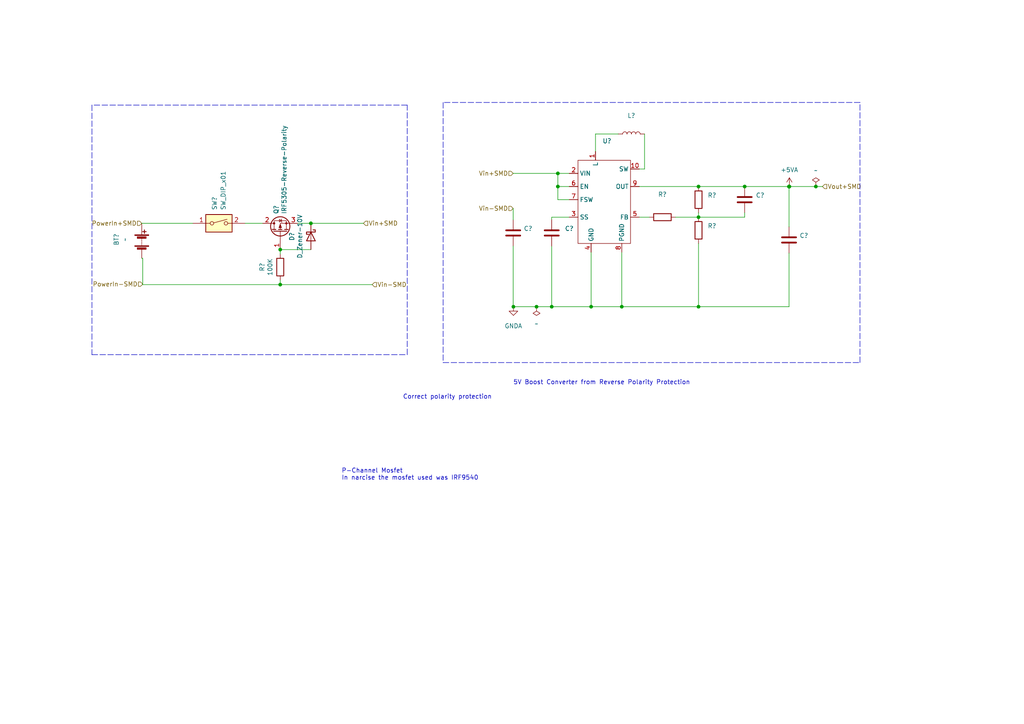
<source format=kicad_sch>
(kicad_sch (version 20211123) (generator eeschema)
  (paper "A4")
  (lib_symbols
    (symbol "Device:Battery" (pin_numbers hide) (pin_names (offset 0) hide)
      (property "Reference" "BT" (at 2.54 2.54 0))
      (property "Value" "Battery" (at 2.54 0 0))
      (symbol "Battery_0_1"
        (rectangle (start -2.032 -1.397) (end 2.032 -1.651) (fill (type outline)))
        (rectangle (start -2.032 1.778) (end 2.032 1.524) (fill (type outline)))
        (rectangle (start -1.3208 -1.9812) (end 1.27 -2.4892) (fill (type outline)))
        (rectangle (start -1.3208 1.1938) (end 1.27 0.6858) (fill (type outline)))
        (polyline (pts (xy 0 -1.524) (xy 0 -1.27)))
        (polyline (pts (xy 0 -1.016) (xy 0 -0.762)))
        (polyline (pts (xy 0 -0.508) (xy 0 -0.254)))
        (polyline (pts (xy 0 0) (xy 0 0.254)))
        (polyline (pts (xy 0 0.508) (xy 0 0.762)))
        (polyline (pts (xy 0 1.778) (xy 0 2.54)))
        (polyline (pts (xy 0.254 2.667) (xy 1.27 2.667)) (stroke (width 0.254)))
        (polyline (pts (xy 0.762 3.175) (xy 0.762 2.159)) (stroke (width 0.254)))
      )
      (symbol "Battery_1_1"
        (pin passive line (at 0 5.08 270) (length 2.54) (name "+") (number "1"))
        (pin passive line (at 0 -5.08 90) (length 2.54) (name "-") (number "2"))
      )
    )
    (symbol "Device:C" (pin_numbers hide) (pin_names (offset 0.254))
      (property "Reference" "C" (at 0.635 2.54 0))
      (property "Value" "C" (at 0.635 -2.54 0))
      (symbol "C_0_1"
        (polyline (pts (xy -2.032 -0.762) (xy 2.032 -0.762)) (stroke (width 0.508)))
        (polyline (pts (xy -2.032 0.762) (xy 2.032 0.762)) (stroke (width 0.508)))
      )
      (symbol "C_1_1"
        (pin passive line (at 0 3.81 270) (length 2.794) (name "~") (number "1"))
        (pin passive line (at 0 -3.81 90) (length 2.794) (name "~") (number "2"))
      )
    )
    (symbol "Device:D_Schottky" (pin_numbers hide) (pin_names (offset 1.016) hide)
      (property "Reference" "D" (at 0 2.54 0))
      (property "Value" "D_Schottky" (at 0 -2.54 0))
      (symbol "D_Schottky_0_1"
        (polyline (pts (xy 1.27 0) (xy -1.27 0)))
        (polyline (pts (xy 1.27 1.27) (xy 1.27 -1.27) (xy -1.27 0) (xy 1.27 1.27)) (stroke (width 0.254)))
        (polyline (pts (xy -1.905 0.635) (xy -1.905 1.27) (xy -1.27 1.27) (xy -1.27 -1.27) (xy -0.635 -1.27) (xy -0.635 -0.635)) (stroke (width 0.254)))
      )
      (symbol "D_Schottky_1_1"
        (pin passive line (at -3.81 0 0) (length 2.54) (name "K") (number "1"))
        (pin passive line (at 3.81 0 180) (length 2.54) (name "A") (number "2"))
      )
    )
    (symbol "Device:L" (pin_numbers hide) (pin_names (offset 1.016) hide)
      (property "Reference" "L" (at -1.27 0 90))
      (property "Value" "L" (at 1.905 0 90))
      (symbol "L_0_1"
        (arc (start 0 -2.54) (mid 0.635 -1.905) (end 0 -1.27))
        (arc (start 0 -1.27) (mid 0.635 -0.635) (end 0 0))
        (arc (start 0 0) (mid 0.635 0.635) (end 0 1.27))
        (arc (start 0 1.27) (mid 0.635 1.905) (end 0 2.54))
      )
      (symbol "L_1_1"
        (pin passive line (at 0 3.81 270) (length 1.27) (name "1") (number "1"))
        (pin passive line (at 0 -3.81 90) (length 1.27) (name "2") (number "2"))
      )
    )
    (symbol "Device:R" (pin_numbers hide) (pin_names (offset 0))
      (property "Reference" "R" (at 2.032 0 90))
      (property "Value" "R" (at 0 0 90))
      (symbol "R_0_1"
        (rectangle (start -1.016 -2.54) (end 1.016 2.54) (stroke (width 0.254)))
      )
      (symbol "R_1_1"
        (pin passive line (at 0 3.81 270) (length 1.27) (name "~") (number "1"))
        (pin passive line (at 0 -3.81 90) (length 1.27) (name "~") (number "2"))
      )
    )
    (symbol "Switch:SW_DIP_x01" (pin_names (offset 0) hide)
      (property "Reference" "SW" (at 0 3.81 0))
      (property "Value" "SW_DIP_x01" (at 0 -3.81 0))
      (symbol "SW_DIP_x01_0_0"
        (circle (center -2.032 0) (radius 0.508))
        (polyline (pts (xy -1.524 0.127) (xy 2.3622 1.1684)))
        (circle (center 2.032 0) (radius 0.508))
      )
      (symbol "SW_DIP_x01_0_1"
        (rectangle (start -3.81 2.54) (end 3.81 -2.54) (stroke (width 0.254)) (fill (type background)))
      )
      (symbol "SW_DIP_x01_1_1"
        (pin passive line (at -7.62 0 0) (length 5.08) (name "~") (number "1"))
        (pin passive line (at 7.62 0 180) (length 5.08) (name "~") (number "2"))
      )
    )
    (symbol "ariadne-rescue:IRF5305-Reverse-Polarity-ariadne" (pin_names hide)
      (property "Reference" "Q" (at 3.81 1.905 0))
      (property "Value" "IRF5305-Reverse-Polarity-ariadne" (at 3.81 0 0))
      (symbol "IRF5305-Reverse-Polarity-ariadne_0_1"
        (polyline (pts (xy -1.016 0) (xy -3.81 0)))
        (polyline (pts (xy -1.016 1.905) (xy -1.016 -1.905)) (stroke (width 0.254)))
        (polyline (pts (xy -0.508 -1.27) (xy -0.508 -2.286)) (stroke (width 0.254)))
        (polyline (pts (xy -0.508 0.508) (xy -0.508 -0.508)) (stroke (width 0.254)))
        (polyline (pts (xy -0.508 2.286) (xy -0.508 1.27)) (stroke (width 0.254)))
        (polyline (pts (xy 1.27 2.54) (xy 1.27 1.778)))
        (polyline (pts (xy 1.27 -2.54) (xy 1.27 0) (xy -0.508 0)))
        (polyline (pts (xy -0.508 1.778) (xy 2.032 1.778) (xy 2.032 -1.778) (xy -0.508 -1.778)))
        (polyline (pts (xy 1.016 0) (xy 0 0.381) (xy 0 -0.381) (xy 1.016 0)) (fill (type outline)))
        (polyline (pts (xy 1.524 -0.508) (xy 1.651 -0.381) (xy 2.413 -0.381) (xy 2.54 -0.254)))
        (polyline (pts (xy 2.032 -0.381) (xy 1.651 0.254) (xy 2.413 0.254) (xy 2.032 -0.381)))
        (circle (center 0.381 0) (radius 2.794) (stroke (width 0.254)))
        (circle (center 1.27 -1.778) (radius 0.254) (fill (type outline)))
        (circle (center 1.27 1.778) (radius 0.254) (fill (type outline)))
      )
      (symbol "IRF5305-Reverse-Polarity-ariadne_1_1"
        (pin passive line (at -6.35 0 0) (length 2.54) (name "G") (number "1"))
        (pin output line (at 1.27 5.08 270) (length 2.54) (name "D") (number "2"))
        (pin input line (at 1.27 -5.08 90) (length 2.54) (name "S") (number "3"))
      )
    )
    (symbol "boost-converter:TPS61080"
      (property "Reference" "U" (at 1.27 -1.27 0))
      (property "Value" "TPS61080" (at 0 -17.78 0))
      (symbol "TPS61080_0_1"
        (rectangle (start -7.62 -3.81) (end 7.62 -27.94))
      )
      (symbol "TPS61080_1_1"
        (pin bidirectional line (at -2.54 -1.27 270) (length 2.54) (name "L") (number "1"))
        (pin bidirectional line (at 10.16 -6.35 180) (length 2.54) (name "SW") (number "10"))
        (pin power_in line (at -10.16 -7.62 0) (length 2.54) (name "VIN") (number "2"))
        (pin bidirectional line (at -10.16 -20.32 0) (length 2.54) (name "SS") (number "3"))
        (pin bidirectional line (at -3.81 -30.48 90) (length 2.54) (name "GND") (number "4"))
        (pin bidirectional line (at 10.16 -20.32 180) (length 2.54) (name "FB") (number "5"))
        (pin input line (at -10.16 -11.43 0) (length 2.54) (name "EN") (number "6"))
        (pin input line (at -10.16 -15.24 0) (length 2.54) (name "FSW") (number "7"))
        (pin bidirectional line (at 5.08 -30.48 90) (length 2.54) (name "PGND") (number "8"))
        (pin bidirectional line (at 10.16 -11.43 180) (length 2.54) (name "OUT") (number "9"))
      )
    )
    (symbol "power:+5VA" (power) (pin_names (offset 0))
      (property "Value" "+5VA" (at 0 3.556 0))
      (symbol "+5VA_0_1"
        (polyline (pts (xy -0.762 1.27) (xy 0 2.54)))
        (polyline (pts (xy 0 0) (xy 0 2.54)))
        (polyline (pts (xy 0 2.54) (xy 0.762 1.27)))
      )
      (symbol "+5VA_1_1"
        (pin power_in line (at 0 0 90) (length 0) hide (name "+5VA") (number "1"))
      )
    )
    (symbol "power:GNDA" (power) (pin_names (offset 0))
      (property "Value" "GNDA" (at 0 -3.81 0))
      (symbol "GNDA_0_1"
        (polyline (pts (xy 0 0) (xy 0 -1.27) (xy 1.27 -1.27) (xy 0 -2.54) (xy -1.27 -1.27) (xy 0 -1.27)))
      )
      (symbol "GNDA_1_1"
        (pin power_in line (at 0 0 270) (length 0) hide (name "GNDA") (number "1"))
      )
    )
    (symbol "power:PWR_FLAG" (power) (pin_numbers hide) (pin_names (offset 0) hide)
      (property "Value" "PWR_FLAG" (at 0 3.81 0))
      (symbol "PWR_FLAG_0_0"
        (pin power_out line (at 0 0 90) (length 0) (name "pwr") (number "1"))
      )
      (symbol "PWR_FLAG_0_1"
        (polyline (pts (xy 0 0) (xy 0 1.27) (xy -1.016 1.905) (xy 0 2.54) (xy 1.016 1.905) (xy 0 1.27)))
      )
    )
  )
  (junction (at 180.34 88.959))
  (junction (at 155.6159 88.959))
  (junction (at 161.798 50.292))
  (junction (at 202.5979 88.959))
  (junction (at 215.9798 54.102))
  (junction (at 228.9513 54.102))
  (junction (at 228.854 54.1273))
  (junction (at 202.5979 62.992))
  (junction (at 81.28 72.39))
  (junction (at 90.17 64.77))
  (junction (at 202.5979 54.102))
  (junction (at 228.854 54.102))
  (junction (at 236.6313 54.102))
  (junction (at 81.28 82.55))
  (junction (at 161.798 54.102))
  (junction (at 148.9139 88.959))
  (junction (at 171.45 88.959))
  (junction (at 160.02 88.959))
  (wire (pts (xy 202.5979 70.612) (xy 202.5979 88.959)))
  (polyline (pts (xy 26.67 30.48) (xy 26.67 102.87)))
  (wire (pts (xy 236.6313 54.102) (xy 238.5441 54.102)))
  (wire (pts (xy 202.5979 88.959) (xy 180.34 88.959)))
  (wire (pts (xy 185.42 54.102) (xy 202.5979 54.102)))
  (wire (pts (xy 160.02 63.754) (xy 160.02 62.992)))
  (polyline (pts (xy 128.524 105.156) (xy 249.428 105.156)))
  (polyline (pts (xy 249.428 29.718) (xy 128.524 29.718)))
  (wire (pts (xy 148.844 60.452) (xy 148.844 63.754)))
  (wire (pts (xy 41.402 74.93) (xy 41.1188 74.93)))
  (wire (pts (xy 228.854 54.1273) (xy 228.854 65.786)))
  (wire (pts (xy 228.854 88.959) (xy 202.5979 88.959)))
  (wire (pts (xy 161.798 50.292) (xy 161.798 54.102)))
  (wire (pts (xy 160.02 62.992) (xy 165.1 62.992)))
  (wire (pts (xy 215.9798 62.992) (xy 215.9798 61.722)))
  (wire (pts (xy 228.854 54.102) (xy 228.9513 54.102)))
  (wire (pts (xy 180.34 73.152) (xy 180.34 88.959)))
  (wire (pts (xy 180.34 88.959) (xy 171.45 88.959)))
  (wire (pts (xy 160.02 71.374) (xy 160.02 88.959)))
  (wire (pts (xy 179.324 38.862) (xy 172.72 38.862)))
  (polyline (pts (xy 26.67 102.87) (xy 118.11 102.87)))
  (wire (pts (xy 81.28 82.55) (xy 107.95 82.55)))
  (wire (pts (xy 86.36 64.77) (xy 90.17 64.77)))
  (polyline (pts (xy 128.524 29.718) (xy 128.524 105.156)))
  (wire (pts (xy 171.45 88.959) (xy 160.02 88.959)))
  (polyline (pts (xy 118.11 30.48) (xy 26.67 30.48)))
  (wire (pts (xy 202.5979 61.722) (xy 202.5979 62.992)))
  (wire (pts (xy 148.9139 88.959) (xy 155.6159 88.959)))
  (wire (pts (xy 171.45 73.152) (xy 171.45 88.959)))
  (wire (pts (xy 90.17 72.39) (xy 81.28 72.39)))
  (wire (pts (xy 148.844 71.374) (xy 148.844 88.959)))
  (wire (pts (xy 81.28 73.66) (xy 81.28 72.39)))
  (wire (pts (xy 155.6159 88.959) (xy 160.02 88.959)))
  (wire (pts (xy 165.1 54.102) (xy 161.798 54.102)))
  (wire (pts (xy 81.28 81.28) (xy 81.28 82.55)))
  (polyline (pts (xy 249.428 105.156) (xy 249.428 29.718)))
  (wire (pts (xy 202.5979 54.102) (xy 215.9798 54.102)))
  (wire (pts (xy 148.844 88.959) (xy 148.9139 88.959)))
  (wire (pts (xy 165.1 57.912) (xy 161.798 57.912)))
  (wire (pts (xy 148.844 50.292) (xy 161.798 50.292)))
  (wire (pts (xy 186.944 38.862) (xy 186.944 49.022)))
  (wire (pts (xy 202.5979 62.992) (xy 215.9798 62.992)))
  (wire (pts (xy 172.72 38.862) (xy 172.72 43.942)))
  (wire (pts (xy 228.854 54.102) (xy 228.854 54.1273)))
  (wire (pts (xy 228.854 73.406) (xy 228.854 88.959)))
  (wire (pts (xy 41.1188 64.77) (xy 55.88 64.77)))
  (wire (pts (xy 90.17 64.77) (xy 105.41 64.77)))
  (wire (pts (xy 161.798 54.102) (xy 161.798 57.912)))
  (wire (pts (xy 215.9798 54.102) (xy 228.854 54.102)))
  (polyline (pts (xy 118.11 102.87) (xy 118.11 30.48)))
  (wire (pts (xy 161.798 50.292) (xy 165.1 50.292)))
  (wire (pts (xy 195.9455 62.992) (xy 202.5979 62.992)))
  (wire (pts (xy 186.944 49.022) (xy 185.42 49.022)))
  (wire (pts (xy 71.12 64.77) (xy 76.2 64.77)))
  (wire (pts (xy 41.402 82.55) (xy 81.28 82.55)))
  (wire (pts (xy 228.9513 54.102) (xy 236.6313 54.102)))
  (wire (pts (xy 185.42 62.992) (xy 188.3255 62.992)))
  (wire (pts (xy 41.402 82.55) (xy 41.402 74.93)))
  (text "Correct polarity protection\n" (at 116.84 115.951 0) (effects (font (size 1.27 1.27)) (justify left bottom)))
  (text "P-Channel Mosfet\nIn narcise the mosfet used was IRF9540" (at 99.06 139.446 0) (effects (font (size 1.27 1.27)) (justify left bottom)))
  (text "5V Boost Converter from Reverse Polarity Protection\n" (at 148.844 111.76 0) (effects (font (size 1.27 1.27)) (justify left bottom)))
  (hierarchical_label "Vin+SMD" (shape input) (at 105.41 64.77 0))
  (hierarchical_label "Vin-SMD" (shape input) (at 107.95 82.55 0))
  (hierarchical_label "Vin-SMD" (shape input) (at 148.844 60.452 180))
  (hierarchical_label "PowerIn+SMD" (shape input) (at 41.1188 64.77 180))
  (hierarchical_label "PowerIn-SMD" (shape input) (at 41.402 82.4056 180))
  (hierarchical_label "Vin+SMD" (shape input) (at 148.844 50.292 180))
  (hierarchical_label "Vout+SMD" (shape input) (at 238.5441 54.102 0))
  (symbol (lib_id "ariadne-rescue:IRF5305-Reverse-Polarity-ariadne") (at 81.28 66.04 90) (unit 1)
    (property "Reference" "Q?" (at 80.1116 62.103 0) (effects (justify left)))
    (property "Value" "IRF5305-Reverse-Polarity" (at 82.423 62.103 0) (effects (justify left)))
    (property "Footprint" "Package_TO_SOT_THT:TO-220-3_Horizontal_TabDown" (effects hide))
    (property "Datasheet" "http://www.irf.com/product-info/datasheets/data/irf7606pbf.pdf" (effects hide))
  )
  (symbol (lib_id "Device:D_Schottky") (at 90.17 68.58 270) (unit 1)
    (property "Reference" "D?" (at 84.6582 68.58 0))
    (property "Value" "D_Zener-10V" (at 86.9696 68.58 0))
    (property "Footprint" "Diode_THT:D_DO-41_SOD81_P7.62mm_Horizontal" (effects hide))
  )
  (symbol (lib_id "Device:R") (at 81.28 77.47 0) (unit 1)
    (property "Reference" "R?" (at 76.0222 77.47 90))
    (property "Value" "100K" (at 78.3336 77.47 90))
    (property "Footprint" "Resistor_THT:R_Axial_DIN0204_L3.6mm_D1.6mm_P7.62mm_Horizontal" (effects hide))
  )
  (symbol (lib_id "Device:C") (at 160.02 67.564 0) (unit 1)
    (property "Reference" "C?" (at 163.83 66.2939 0) (effects (justify left)))
  )
  (symbol (lib_id "Device:L") (at 183.134 38.862 90) (unit 1)
    (property "Reference" "L?" (at 183.134 33.528 90))
  )
  (symbol (lib_id "power:+5VA") (at 228.9513 54.102 0) (unit 1)
    (property "Reference" "#PWR?" (effects hide))
  )
  (symbol (lib_id "power:GNDA") (at 148.9139 88.959 0) (unit 1)
    (property "Reference" "#PWR?" (effects hide))
  )
  (symbol (lib_id "Device:C") (at 215.9798 57.912 0) (unit 1)
    (property "Reference" "C?" (at 219.202 56.6419 0) (effects (justify left)))
  )
  (symbol (lib_id "boost-converter:TPS61080") (at 175.26 42.672 0) (unit 1)
    (property "Reference" "U?" (at 174.7394 40.894 0) (effects (justify left)))
  )
  (symbol (lib_id "Device:R") (at 202.5979 66.802 0) (unit 1)
    (property "Reference" "R?" (at 205.232 65.5319 0) (effects (justify left)))
  )
  (symbol (lib_id "power:PWR_FLAG") (at 236.6313 54.102 0) (unit 1)
    (property "Reference" "#FLG?" (effects hide))
  )
  (symbol (lib_id "Switch:SW_DIP_x01") (at 63.5 64.77 0) (unit 1)
    (property "Reference" "SW?" (at 62.2299 60.96 90) (effects (justify left)))
    (property "Value" "SW_DIP_x01" (at 64.7699 60.96 90) (effects (justify left)))
  )
  (symbol (lib_id "Device:R") (at 192.1355 62.992 90) (unit 1)
    (property "Reference" "R?" (at 192.1355 56.388 90))
  )
  (symbol (lib_id "power:PWR_FLAG") (at 155.6159 88.959 180) (unit 1)
    (property "Reference" "#FLG?" (effects hide))
  )
  (symbol (lib_id "Device:C") (at 228.854 69.596 0) (unit 1)
    (property "Reference" "C?" (at 231.902 68.3259 0) (effects (justify left)))
  )
  (symbol (lib_id "Device:Battery") (at 41.1188 69.85 0) (unit 1)
    (property "Reference" "BT?" (at 33.7528 69.469 90))
    (property "Value" "~" (at 36.2928 69.469 90))
  )
  (symbol (lib_id "Device:R") (at 202.5979 57.912 0) (unit 1)
    (property "Reference" "R?" (at 205.232 56.6419 0) (effects (justify left)))
  )
  (symbol (lib_id "Device:C") (at 148.844 67.564 0) (unit 1)
    (property "Reference" "C?" (at 151.892 66.2939 0) (effects (justify left)))
  )
)
</source>
